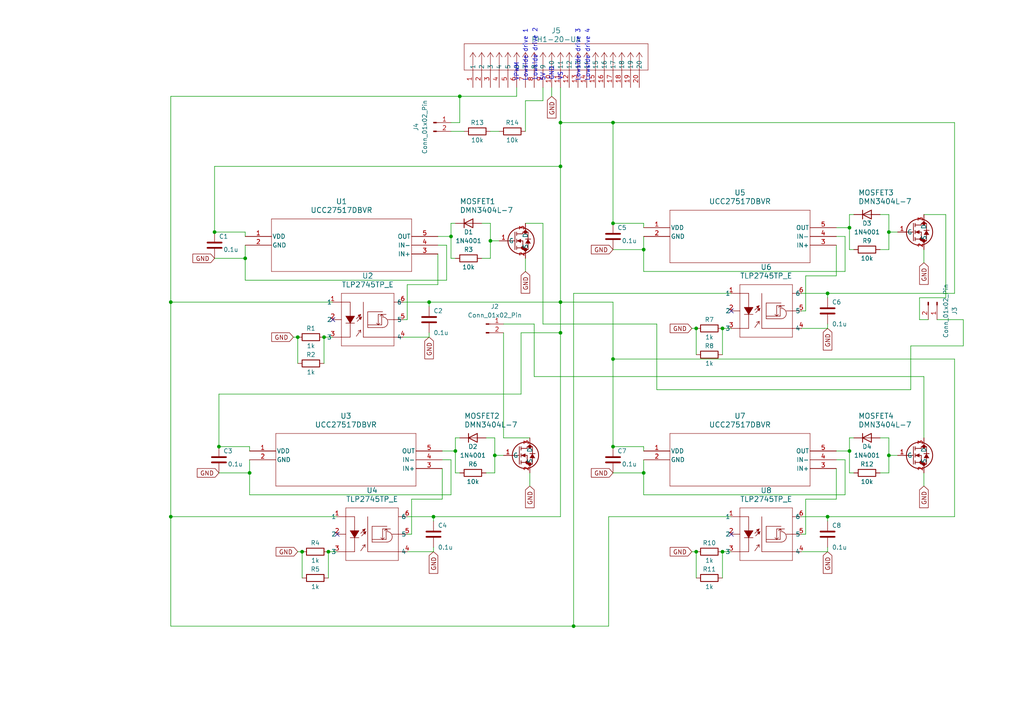
<source format=kicad_sch>
(kicad_sch (version 20231120) (generator "eeschema") (generator_version "8.0")
  (paper "A4")
  (lib_symbols
    (symbol "20 pins:PH1-20-UA" (pin_names (offset 0.254))
      (property "Reference" "J" (at 8.89 6.35 0))
      (property "Value" "PH1-20-UA" (at 0 0 0))
      (symbol "PH1-20-UA_1_1"
        (polyline (pts (xy 5.08 -50.8) (xy 12.7 -50.8)) (stroke (width 0.127)))
        (polyline (pts (xy 5.08 2.54) (xy 5.08 -50.8)) (stroke (width 0.127)))
        (polyline (pts (xy 10.16 -48.26) (xy 5.08 -48.26)) (stroke (width 0.127)))
        (polyline (pts (xy 10.16 -48.26) (xy 8.89 -49.1067)) (stroke (width 0.127)))
        (polyline (pts (xy 10.16 -48.26) (xy 8.89 -47.4133)) (stroke (width 0.127)))
        (polyline (pts (xy 10.16 -45.72) (xy 5.08 -45.72)) (stroke (width 0.127)))
        (polyline (pts (xy 10.16 -45.72) (xy 8.89 -46.5667)) (stroke (width 0.127)))
        (polyline (pts (xy 10.16 -45.72) (xy 8.89 -44.8733)) (stroke (width 0.127)))
        (polyline (pts (xy 10.16 -43.18) (xy 5.08 -43.18)) (stroke (width 0.127)))
        (polyline (pts (xy 10.16 -43.18) (xy 8.89 -44.0267)) (stroke (width 0.127)))
        (polyline (pts (xy 10.16 -43.18) (xy 8.89 -42.3333)) (stroke (width 0.127)))
        (polyline (pts (xy 10.16 -40.64) (xy 5.08 -40.64)) (stroke (width 0.127)))
        (polyline (pts (xy 10.16 -40.64) (xy 8.89 -41.4867)) (stroke (width 0.127)))
        (polyline (pts (xy 10.16 -40.64) (xy 8.89 -39.7933)) (stroke (width 0.127)))
        (polyline (pts (xy 10.16 -38.1) (xy 5.08 -38.1)) (stroke (width 0.127)))
        (polyline (pts (xy 10.16 -38.1) (xy 8.89 -38.9467)) (stroke (width 0.127)))
        (polyline (pts (xy 10.16 -38.1) (xy 8.89 -37.2533)) (stroke (width 0.127)))
        (polyline (pts (xy 10.16 -35.56) (xy 5.08 -35.56)) (stroke (width 0.127)))
        (polyline (pts (xy 10.16 -35.56) (xy 8.89 -36.4067)) (stroke (width 0.127)))
        (polyline (pts (xy 10.16 -35.56) (xy 8.89 -34.7133)) (stroke (width 0.127)))
        (polyline (pts (xy 10.16 -33.02) (xy 5.08 -33.02)) (stroke (width 0.127)))
        (polyline (pts (xy 10.16 -33.02) (xy 8.89 -33.8667)) (stroke (width 0.127)))
        (polyline (pts (xy 10.16 -33.02) (xy 8.89 -32.1733)) (stroke (width 0.127)))
        (polyline (pts (xy 10.16 -30.48) (xy 5.08 -30.48)) (stroke (width 0.127)))
        (polyline (pts (xy 10.16 -30.48) (xy 8.89 -31.3267)) (stroke (width 0.127)))
        (polyline (pts (xy 10.16 -30.48) (xy 8.89 -29.6333)) (stroke (width 0.127)))
        (polyline (pts (xy 10.16 -27.94) (xy 5.08 -27.94)) (stroke (width 0.127)))
        (polyline (pts (xy 10.16 -27.94) (xy 8.89 -28.7867)) (stroke (width 0.127)))
        (polyline (pts (xy 10.16 -27.94) (xy 8.89 -27.0933)) (stroke (width 0.127)))
        (polyline (pts (xy 10.16 -25.4) (xy 5.08 -25.4)) (stroke (width 0.127)))
        (polyline (pts (xy 10.16 -25.4) (xy 8.89 -26.2467)) (stroke (width 0.127)))
        (polyline (pts (xy 10.16 -25.4) (xy 8.89 -24.5533)) (stroke (width 0.127)))
        (polyline (pts (xy 10.16 -22.86) (xy 5.08 -22.86)) (stroke (width 0.127)))
        (polyline (pts (xy 10.16 -22.86) (xy 8.89 -23.7067)) (stroke (width 0.127)))
        (polyline (pts (xy 10.16 -22.86) (xy 8.89 -22.0133)) (stroke (width 0.127)))
        (polyline (pts (xy 10.16 -20.32) (xy 5.08 -20.32)) (stroke (width 0.127)))
        (polyline (pts (xy 10.16 -20.32) (xy 8.89 -21.1667)) (stroke (width 0.127)))
        (polyline (pts (xy 10.16 -20.32) (xy 8.89 -19.4733)) (stroke (width 0.127)))
        (polyline (pts (xy 10.16 -17.78) (xy 5.08 -17.78)) (stroke (width 0.127)))
        (polyline (pts (xy 10.16 -17.78) (xy 8.89 -18.6267)) (stroke (width 0.127)))
        (polyline (pts (xy 10.16 -17.78) (xy 8.89 -16.9333)) (stroke (width 0.127)))
        (polyline (pts (xy 10.16 -15.24) (xy 5.08 -15.24)) (stroke (width 0.127)))
        (polyline (pts (xy 10.16 -15.24) (xy 8.89 -16.0867)) (stroke (width 0.127)))
        (polyline (pts (xy 10.16 -15.24) (xy 8.89 -14.3933)) (stroke (width 0.127)))
        (polyline (pts (xy 10.16 -12.7) (xy 5.08 -12.7)) (stroke (width 0.127)))
        (polyline (pts (xy 10.16 -12.7) (xy 8.89 -13.5467)) (stroke (width 0.127)))
        (polyline (pts (xy 10.16 -12.7) (xy 8.89 -11.8533)) (stroke (width 0.127)))
        (polyline (pts (xy 10.16 -10.16) (xy 5.08 -10.16)) (stroke (width 0.127)))
        (polyline (pts (xy 10.16 -10.16) (xy 8.89 -11.0067)) (stroke (width 0.127)))
        (polyline (pts (xy 10.16 -10.16) (xy 8.89 -9.3133)) (stroke (width 0.127)))
        (polyline (pts (xy 10.16 -7.62) (xy 5.08 -7.62)) (stroke (width 0.127)))
        (polyline (pts (xy 10.16 -7.62) (xy 8.89 -8.4667)) (stroke (width 0.127)))
        (polyline (pts (xy 10.16 -7.62) (xy 8.89 -6.7733)) (stroke (width 0.127)))
        (polyline (pts (xy 10.16 -5.08) (xy 5.08 -5.08)) (stroke (width 0.127)))
        (polyline (pts (xy 10.16 -5.08) (xy 8.89 -5.9267)) (stroke (width 0.127)))
        (polyline (pts (xy 10.16 -5.08) (xy 8.89 -4.2333)) (stroke (width 0.127)))
        (polyline (pts (xy 10.16 -2.54) (xy 5.08 -2.54)) (stroke (width 0.127)))
        (polyline (pts (xy 10.16 -2.54) (xy 8.89 -3.3867)) (stroke (width 0.127)))
        (polyline (pts (xy 10.16 -2.54) (xy 8.89 -1.6933)) (stroke (width 0.127)))
        (polyline (pts (xy 10.16 0) (xy 5.08 0)) (stroke (width 0.127)))
        (polyline (pts (xy 10.16 0) (xy 8.89 -0.8467)) (stroke (width 0.127)))
        (polyline (pts (xy 10.16 0) (xy 8.89 0.8467)) (stroke (width 0.127)))
        (polyline (pts (xy 12.7 -50.8) (xy 12.7 2.54)) (stroke (width 0.127)))
        (polyline (pts (xy 12.7 2.54) (xy 5.08 2.54)) (stroke (width 0.127)))
        (pin unspecified line (at 0 0 0) (length 5.08) (name "1") (number "1"))
        (pin unspecified line (at 0 -22.86 0) (length 5.08) (name "10") (number "10"))
        (pin unspecified line (at 0 -25.4 0) (length 5.08) (name "11") (number "11"))
        (pin unspecified line (at 0 -27.94 0) (length 5.08) (name "12") (number "12"))
        (pin unspecified line (at 0 -30.48 0) (length 5.08) (name "13") (number "13"))
        (pin unspecified line (at 0 -33.02 0) (length 5.08) (name "14") (number "14"))
        (pin unspecified line (at 0 -35.56 0) (length 5.08) (name "15") (number "15"))
        (pin unspecified line (at 0 -38.1 0) (length 5.08) (name "16") (number "16"))
        (pin unspecified line (at 0 -40.64 0) (length 5.08) (name "17") (number "17"))
        (pin unspecified line (at 0 -43.18 0) (length 5.08) (name "18") (number "18"))
        (pin unspecified line (at 0 -45.72 0) (length 5.08) (name "19") (number "19"))
        (pin unspecified line (at 0 -2.54 0) (length 5.08) (name "2") (number "2"))
        (pin unspecified line (at 0 -48.26 0) (length 5.08) (name "20") (number "20"))
        (pin unspecified line (at 0 -5.08 0) (length 5.08) (name "3") (number "3"))
        (pin unspecified line (at 0 -7.62 0) (length 5.08) (name "4") (number "4"))
        (pin unspecified line (at 0 -10.16 0) (length 5.08) (name "5") (number "5"))
        (pin unspecified line (at 0 -12.7 0) (length 5.08) (name "6") (number "6"))
        (pin unspecified line (at 0 -15.24 0) (length 5.08) (name "7") (number "7"))
        (pin unspecified line (at 0 -17.78 0) (length 5.08) (name "8") (number "8"))
        (pin unspecified line (at 0 -20.32 0) (length 5.08) (name "9") (number "9"))
      )
      (symbol "PH1-20-UA_1_2"
        (polyline (pts (xy 5.08 -50.8) (xy 12.7 -50.8)) (stroke (width 0.127)))
        (polyline (pts (xy 5.08 2.54) (xy 5.08 -50.8)) (stroke (width 0.127)))
        (polyline (pts (xy 7.62 -48.26) (xy 5.08 -48.26)) (stroke (width 0.127)))
        (polyline (pts (xy 7.62 -48.26) (xy 8.89 -49.1067)) (stroke (width 0.127)))
        (polyline (pts (xy 7.62 -48.26) (xy 8.89 -47.4133)) (stroke (width 0.127)))
        (polyline (pts (xy 7.62 -45.72) (xy 5.08 -45.72)) (stroke (width 0.127)))
        (polyline (pts (xy 7.62 -45.72) (xy 8.89 -46.5667)) (stroke (width 0.127)))
        (polyline (pts (xy 7.62 -45.72) (xy 8.89 -44.8733)) (stroke (width 0.127)))
        (polyline (pts (xy 7.62 -43.18) (xy 5.08 -43.18)) (stroke (width 0.127)))
        (polyline (pts (xy 7.62 -43.18) (xy 8.89 -44.0267)) (stroke (width 0.127)))
        (polyline (pts (xy 7.62 -43.18) (xy 8.89 -42.3333)) (stroke (width 0.127)))
        (polyline (pts (xy 7.62 -40.64) (xy 5.08 -40.64)) (stroke (width 0.127)))
        (polyline (pts (xy 7.62 -40.64) (xy 8.89 -41.4867)) (stroke (width 0.127)))
        (polyline (pts (xy 7.62 -40.64) (xy 8.89 -39.7933)) (stroke (width 0.127)))
        (polyline (pts (xy 7.62 -38.1) (xy 5.08 -38.1)) (stroke (width 0.127)))
        (polyline (pts (xy 7.62 -38.1) (xy 8.89 -38.9467)) (stroke (width 0.127)))
        (polyline (pts (xy 7.62 -38.1) (xy 8.89 -37.2533)) (stroke (width 0.127)))
        (polyline (pts (xy 7.62 -35.56) (xy 5.08 -35.56)) (stroke (width 0.127)))
        (polyline (pts (xy 7.62 -35.56) (xy 8.89 -36.4067)) (stroke (width 0.127)))
        (polyline (pts (xy 7.62 -35.56) (xy 8.89 -34.7133)) (stroke (width 0.127)))
        (polyline (pts (xy 7.62 -33.02) (xy 5.08 -33.02)) (stroke (width 0.127)))
        (polyline (pts (xy 7.62 -33.02) (xy 8.89 -33.8667)) (stroke (width 0.127)))
        (polyline (pts (xy 7.62 -33.02) (xy 8.89 -32.1733)) (stroke (width 0.127)))
        (polyline (pts (xy 7.62 -30.48) (xy 5.08 -30.48)) (stroke (width 0.127)))
        (polyline (pts (xy 7.62 -30.48) (xy 8.89 -31.3267)) (stroke (width 0.127)))
        (polyline (pts (xy 7.62 -30.48) (xy 8.89 -29.6333)) (stroke (width 0.127)))
        (polyline (pts (xy 7.62 -27.94) (xy 5.08 -27.94)) (stroke (width 0.127)))
        (polyline (pts (xy 7.62 -27.94) (xy 8.89 -28.7867)) (stroke (width 0.127)))
        (polyline (pts (xy 7.62 -27.94) (xy 8.89 -27.0933)) (stroke (width 0.127)))
        (polyline (pts (xy 7.62 -25.4) (xy 5.08 -25.4)) (stroke (width 0.127)))
        (polyline (pts (xy 7.62 -25.4) (xy 8.89 -26.2467)) (stroke (width 0.127)))
        (polyline (pts (xy 7.62 -25.4) (xy 8.89 -24.5533)) (stroke (width 0.127)))
        (polyline (pts (xy 7.62 -22.86) (xy 5.08 -22.86)) (stroke (width 0.127)))
        (polyline (pts (xy 7.62 -22.86) (xy 8.89 -23.7067)) (stroke (width 0.127)))
        (polyline (pts (xy 7.62 -22.86) (xy 8.89 -22.0133)) (stroke (width 0.127)))
        (polyline (pts (xy 7.62 -20.32) (xy 5.08 -20.32)) (stroke (width 0.127)))
        (polyline (pts (xy 7.62 -20.32) (xy 8.89 -21.1667)) (stroke (width 0.127)))
        (polyline (pts (xy 7.62 -20.32) (xy 8.89 -19.4733)) (stroke (width 0.127)))
        (polyline (pts (xy 7.62 -17.78) (xy 5.08 -17.78)) (stroke (width 0.127)))
        (polyline (pts (xy 7.62 -17.78) (xy 8.89 -18.6267)) (stroke (width 0.127)))
        (polyline (pts (xy 7.62 -17.78) (xy 8.89 -16.9333)) (stroke (width 0.127)))
        (polyline (pts (xy 7.62 -15.24) (xy 5.08 -15.24)) (stroke (width 0.127)))
        (polyline (pts (xy 7.62 -15.24) (xy 8.89 -16.0867)) (stroke (width 0.127)))
        (polyline (pts (xy 7.62 -15.24) (xy 8.89 -14.3933)) (stroke (width 0.127)))
        (polyline (pts (xy 7.62 -12.7) (xy 5.08 -12.7)) (stroke (width 0.127)))
        (polyline (pts (xy 7.62 -12.7) (xy 8.89 -13.5467)) (stroke (width 0.127)))
        (polyline (pts (xy 7.62 -12.7) (xy 8.89 -11.8533)) (stroke (width 0.127)))
        (polyline (pts (xy 7.62 -10.16) (xy 5.08 -10.16)) (stroke (width 0.127)))
        (polyline (pts (xy 7.62 -10.16) (xy 8.89 -11.0067)) (stroke (width 0.127)))
        (polyline (pts (xy 7.62 -10.16) (xy 8.89 -9.3133)) (stroke (width 0.127)))
        (polyline (pts (xy 7.62 -7.62) (xy 5.08 -7.62)) (stroke (width 0.127)))
        (polyline (pts (xy 7.62 -7.62) (xy 8.89 -8.4667)) (stroke (width 0.127)))
        (polyline (pts (xy 7.62 -7.62) (xy 8.89 -6.7733)) (stroke (width 0.127)))
        (polyline (pts (xy 7.62 -5.08) (xy 5.08 -5.08)) (stroke (width 0.127)))
        (polyline (pts (xy 7.62 -5.08) (xy 8.89 -5.9267)) (stroke (width 0.127)))
        (polyline (pts (xy 7.62 -5.08) (xy 8.89 -4.2333)) (stroke (width 0.127)))
        (polyline (pts (xy 7.62 -2.54) (xy 5.08 -2.54)) (stroke (width 0.127)))
        (polyline (pts (xy 7.62 -2.54) (xy 8.89 -3.3867)) (stroke (width 0.127)))
        (polyline (pts (xy 7.62 -2.54) (xy 8.89 -1.6933)) (stroke (width 0.127)))
        (polyline (pts (xy 7.62 0) (xy 5.08 0)) (stroke (width 0.127)))
        (polyline (pts (xy 7.62 0) (xy 8.89 -0.8467)) (stroke (width 0.127)))
        (polyline (pts (xy 7.62 0) (xy 8.89 0.8467)) (stroke (width 0.127)))
        (polyline (pts (xy 12.7 -50.8) (xy 12.7 2.54)) (stroke (width 0.127)))
        (polyline (pts (xy 12.7 2.54) (xy 5.08 2.54)) (stroke (width 0.127)))
        (pin unspecified line (at 0 0 0) (length 5.08) (name "1") (number "1"))
        (pin unspecified line (at 0 -22.86 0) (length 5.08) (name "10") (number "10"))
        (pin unspecified line (at 0 -25.4 0) (length 5.08) (name "11") (number "11"))
        (pin unspecified line (at 0 -27.94 0) (length 5.08) (name "12") (number "12"))
        (pin unspecified line (at 0 -30.48 0) (length 5.08) (name "13") (number "13"))
        (pin unspecified line (at 0 -33.02 0) (length 5.08) (name "14") (number "14"))
        (pin unspecified line (at 0 -35.56 0) (length 5.08) (name "15") (number "15"))
        (pin unspecified line (at 0 -38.1 0) (length 5.08) (name "16") (number "16"))
        (pin unspecified line (at 0 -40.64 0) (length 5.08) (name "17") (number "17"))
        (pin unspecified line (at 0 -43.18 0) (length 5.08) (name "18") (number "18"))
        (pin unspecified line (at 0 -45.72 0) (length 5.08) (name "19") (number "19"))
        (pin unspecified line (at 0 -2.54 0) (length 5.08) (name "2") (number "2"))
        (pin unspecified line (at 0 -48.26 0) (length 5.08) (name "20") (number "20"))
        (pin unspecified line (at 0 -5.08 0) (length 5.08) (name "3") (number "3"))
        (pin unspecified line (at 0 -7.62 0) (length 5.08) (name "4") (number "4"))
        (pin unspecified line (at 0 -10.16 0) (length 5.08) (name "5") (number "5"))
        (pin unspecified line (at 0 -12.7 0) (length 5.08) (name "6") (number "6"))
        (pin unspecified line (at 0 -15.24 0) (length 5.08) (name "7") (number "7"))
        (pin unspecified line (at 0 -17.78 0) (length 5.08) (name "8") (number "8"))
        (pin unspecified line (at 0 -20.32 0) (length 5.08) (name "9") (number "9"))
      )
    )
    (symbol "Connector:Conn_01x02_Pin" (pin_names (offset 1.016) hide)
      (property "Reference" "J" (at 0 2.54 0))
      (property "Value" "Conn_01x02_Pin" (at 0 -5.08 0))
      (symbol "Conn_01x02_Pin_1_1"
        (polyline (pts (xy 1.27 -2.54) (xy 0.8636 -2.54)) (stroke (width 0.1524)))
        (polyline (pts (xy 1.27 0) (xy 0.8636 0)) (stroke (width 0.1524)))
        (rectangle (start 0.8636 -2.413) (end 0 -2.667) (stroke (width 0.1524)) (fill (type outline)))
        (rectangle (start 0.8636 0.127) (end 0 -0.127) (stroke (width 0.1524)) (fill (type outline)))
        (pin passive line (at 5.08 0 180) (length 3.81) (name "Pin_1") (number "1"))
        (pin passive line (at 5.08 -2.54 180) (length 3.81) (name "Pin_2") (number "2"))
      )
    )
    (symbol "Device:C" (pin_numbers hide) (pin_names (offset 0.254))
      (property "Reference" "C" (at 0.635 2.54 0))
      (property "Value" "C" (at 0.635 -2.54 0))
      (symbol "C_0_1"
        (polyline (pts (xy -2.032 -0.762) (xy 2.032 -0.762)) (stroke (width 0.508)))
        (polyline (pts (xy -2.032 0.762) (xy 2.032 0.762)) (stroke (width 0.508)))
      )
      (symbol "C_1_1"
        (pin passive line (at 0 3.81 270) (length 2.794) (name "~") (number "1"))
        (pin passive line (at 0 -3.81 90) (length 2.794) (name "~") (number "2"))
      )
    )
    (symbol "Device:R" (pin_numbers hide) (pin_names (offset 0))
      (property "Reference" "R" (at 2.032 0 90))
      (property "Value" "R" (at 0 0 90))
      (symbol "R_0_1"
        (rectangle (start -1.016 -2.54) (end 1.016 2.54) (stroke (width 0.254)))
      )
      (symbol "R_1_1"
        (pin passive line (at 0 3.81 270) (length 1.27) (name "~") (number "1"))
        (pin passive line (at 0 -3.81 90) (length 1.27) (name "~") (number "2"))
      )
    )
    (symbol "Diode:1N4001" (pin_numbers hide) (pin_names hide)
      (property "Reference" "D" (at 0 2.54 0))
      (property "Value" "1N4001" (at 0 -2.54 0))
      (symbol "1N4001_0_1"
        (polyline (pts (xy -1.27 1.27) (xy -1.27 -1.27)) (stroke (width 0.254)))
        (polyline (pts (xy 1.27 0) (xy -1.27 0)))
        (polyline (pts (xy 1.27 1.27) (xy 1.27 -1.27) (xy -1.27 0) (xy 1.27 1.27)) (stroke (width 0.254)))
      )
      (symbol "1N4001_1_1"
        (pin passive line (at -3.81 0 0) (length 2.54) (name "K") (number "1"))
        (pin passive line (at 3.81 0 180) (length 2.54) (name "A") (number "2"))
      )
    )
    (symbol "Driver_FET:UCC27517DBVR" (pin_names (offset 0.254))
      (property "Reference" "U" (at 27.94 10.16 0))
      (property "Value" "UCC27517DBVR" (at 27.94 7.62 0))
      (symbol "UCC27517DBVR_0_1"
        (polyline (pts (xy 7.62 -10.16) (xy 48.26 -10.16)) (stroke (width 0.127)))
        (polyline (pts (xy 7.62 5.08) (xy 7.62 -10.16)) (stroke (width 0.127)))
        (polyline (pts (xy 48.26 -10.16) (xy 48.26 5.08)) (stroke (width 0.127)))
        (polyline (pts (xy 48.26 5.08) (xy 7.62 5.08)) (stroke (width 0.127)))
        (pin power_in line (at 0 0 0) (length 7.62) (name "VDD") (number "1"))
        (pin power_in line (at 0 -2.54 0) (length 7.62) (name "GND") (number "2"))
        (pin input line (at 55.88 -5.08 180) (length 7.62) (name "IN+") (number "3"))
        (pin input line (at 55.88 -2.54 180) (length 7.62) (name "IN-") (number "4"))
        (pin output line (at 55.88 0 180) (length 7.62) (name "OUT") (number "5"))
      )
    )
    (symbol "Isolator_Analog:TLP2745TP_E" (pin_names (offset 0.254))
      (property "Reference" "U" (at 0 0 0))
      (property "Value" "TLP2745TP_E" (at 0 0 0))
      (symbol "TLP2745TP_E_0_1"
        (polyline (pts (xy -2.54 -12.7) (xy 0 -12.7)))
        (polyline (pts (xy -2.54 -7.62) (xy 0 -7.62)))
        (polyline (pts (xy -2.54 -2.54) (xy 0 -2.54)))
        (polyline (pts (xy 0 -15.24) (xy 0 0)) (stroke (width 0.127)))
        (polyline (pts (xy 0 -12.7) (xy 2.54 -12.7)))
        (polyline (pts (xy 0 -2.54) (xy 2.54 -2.54)))
        (polyline (pts (xy 0 0) (xy 15.24 0)) (stroke (width 0.127)))
        (polyline (pts (xy 1.27 -8.636) (xy 3.81 -8.636)))
        (polyline (pts (xy 2.54 -12.7) (xy 2.54 -8.636)))
        (polyline (pts (xy 2.54 -2.54) (xy 2.54 -6.604)))
        (polyline (pts (xy 4.318 -7.366) (xy 5.588 -6.096)))
        (polyline (pts (xy 4.572 -8.128) (xy 5.842 -6.858)))
        (polyline (pts (xy 4.826 -10.922) (xy 5.588 -10.668)))
        (polyline (pts (xy 5.588 -11.43) (xy 5.588 -10.668)))
        (polyline (pts (xy 5.588 -10.668) (xy 4.318 -12.446)))
        (polyline (pts (xy 6.35 -12.7) (xy 15.24 -12.7)))
        (polyline (pts (xy 6.35 -2.54) (xy 6.35 -12.7)))
        (polyline (pts (xy 7.62 -9.906) (xy 11.938 -9.906)))
        (polyline (pts (xy 7.62 -5.334) (xy 7.62 -9.906)))
        (polyline (pts (xy 7.62 -5.334) (xy 11.938 -5.334)))
        (polyline (pts (xy 10.668 -9.144) (xy 10.16 -8.636)))
        (polyline (pts (xy 10.668 -9.144) (xy 11.176 -8.636)))
        (polyline (pts (xy 10.668 -6.096) (xy 10.668 -9.144)))
        (polyline (pts (xy 10.668 -6.096) (xy 12.954 -6.096)))
        (polyline (pts (xy 11.684 -9.144) (xy 7.62 -9.144)))
        (polyline (pts (xy 11.684 -6.096) (xy 11.176 -6.604)))
        (polyline (pts (xy 11.684 -6.096) (xy 11.684 -9.144)))
        (polyline (pts (xy 11.684 -6.096) (xy 12.192 -6.604)))
        (polyline (pts (xy 13.462 -7.62) (xy 15.24 -7.62)))
        (polyline (pts (xy 15.24 -15.24) (xy 0 -15.24)) (stroke (width 0.127)))
        (polyline (pts (xy 15.24 0) (xy 15.24 -15.24)) (stroke (width 0.127)))
        (polyline (pts (xy 17.78 -12.7) (xy 15.24 -12.7)))
        (polyline (pts (xy 17.78 -7.62) (xy 15.24 -7.62)))
        (polyline (pts (xy 17.78 -2.54) (xy 15.24 -2.54)))
        (polyline (pts (xy 1.27 -6.604) (xy 1.27 -6.604) (xy 3.81 -6.604) (xy 2.54 -8.636) (xy 1.27 -6.604)) (fill (type outline)))
        (polyline (pts (xy 5.588 -6.096) (xy 5.588 -6.096) (xy 4.826 -6.35) (xy 5.334 -6.858) (xy 5.588 -6.096)) (fill (type outline)))
        (polyline (pts (xy 5.842 -6.858) (xy 5.842 -6.858) (xy 5.08 -7.112) (xy 5.588 -7.62) (xy 5.842 -6.858)) (fill (type outline)))
        (arc (start 11.938 -9.906) (mid 13.4554 -8.382) (end 11.938 -6.858))
        (pin unspecified line (at -2.5146 -2.54 180) (length 0.0254) (name "1") (number "1"))
        (pin unspecified line (at -2.5146 -7.62 180) (length 0.0254) (name "2") (number "2"))
        (pin unspecified line (at -2.5146 -12.7 180) (length 0.0254) (name "3") (number "3"))
        (pin unspecified line (at 17.8054 -12.7 180) (length 0.0254) (name "4") (number "4"))
        (pin unspecified line (at 17.8054 -7.62 180) (length 0.0254) (name "5") (number "5"))
        (pin unspecified line (at 17.8054 -2.54 180) (length 0.0254) (name "6") (number "6"))
      )
    )
    (symbol "Transistor_FET:DMN3404L-7" (pin_names (offset 0.254))
      (property "Reference" "MOSFET" (at 11.43 1.905 0))
      (property "Value" "DMN3404L-7" (at 11.43 -2.54 0))
      (symbol "DMN3404L-7_0_1"
        (polyline (pts (xy 2.54 0) (xy 4.445 0)) (stroke (width 0.2032)))
        (polyline (pts (xy 4.572 -2.54) (xy 4.572 2.54)) (stroke (width 0.2032)))
        (polyline (pts (xy 5.08 -2.54) (xy 5.08 -1.524)) (stroke (width 0.2032)))
        (polyline (pts (xy 5.08 -2.032) (xy 6.858 -2.032)) (stroke (width 0.2032)))
        (polyline (pts (xy 5.08 -0.508) (xy 5.08 0.508)) (stroke (width 0.2032)))
        (polyline (pts (xy 5.08 1.524) (xy 5.08 2.54)) (stroke (width 0.2032)))
        (polyline (pts (xy 5.08 2.032) (xy 6.858 2.032)) (stroke (width 0.2032)))
        (polyline (pts (xy 6.35 0) (xy 6.858 0)) (stroke (width 0.2032)))
        (polyline (pts (xy 6.858 -2.54) (xy 6.858 0)) (stroke (width 0.2032)))
        (polyline (pts (xy 6.858 -2.54) (xy 8.382 -2.54)) (stroke (width 0.2032)))
        (polyline (pts (xy 6.858 2.032) (xy 6.858 2.54)) (stroke (width 0.2032)))
        (polyline (pts (xy 6.858 2.54) (xy 8.382 2.54)) (stroke (width 0.2032)))
        (polyline (pts (xy 8.382 -2.54) (xy 8.382 -0.762)) (stroke (width 0.2032)))
        (polyline (pts (xy 8.382 0.508) (xy 8.382 2.54)) (stroke (width 0.2032)))
        (polyline (pts (xy 9.144 0.508) (xy 7.62 0.508)) (stroke (width 0.2032)))
        (polyline (pts (xy 6.35 0.508) (xy 5.08 0) (xy 6.35 -0.508)) (stroke (width 0.0254)) (fill (type outline)))
        (polyline (pts (xy 9.144 -0.762) (xy 7.62 -0.762) (xy 8.382 0.508)) (stroke (width 0.0254)) (fill (type outline)))
        (circle (center 6.35 0) (radius 3.81) (stroke (width 0.254)))
        (circle (center 6.858 -2.032) (radius 0.0254) (stroke (width 0.508)))
        (circle (center 7.62 -2.54) (radius 0.0254) (stroke (width 0.508)))
        (circle (center 7.62 2.54) (radius 0.0254) (stroke (width 0.508)))
        (pin unspecified line (at 0 0 0) (length 2.54) (name "G") (number "1"))
        (pin unspecified line (at 7.62 -5.08 90) (length 2.54) (name "S") (number "2"))
        (pin unspecified line (at 7.62 5.08 270) (length 2.54) (name "D") (number "3"))
      )
    )
  )
  (junction (at 209.55 95.25))
  (junction (at 209.55 160.02))
  (junction (at 246.38 66.04))
  (junction (at 87.63 160.02))
  (junction (at 95.25 160.02))
  (junction (at 72.39 137.16))
  (junction (at 162.56 87.63))
  (junction (at 177.8 104.14))
  (junction (at 240.03 149.86))
  (junction (at 186.69 137.16))
  (junction (at 49.53 87.63))
  (junction (at 130.81 68.58))
  (junction (at 166.37 181.61))
  (junction (at 257.81 67.31))
  (junction (at 62.23 67.31))
  (junction (at 162.56 96.52))
  (junction (at 49.53 149.86))
  (junction (at 162.56 48.26))
  (junction (at 93.98 97.79))
  (junction (at 63.5 129.54))
  (junction (at 162.56 35.56))
  (junction (at 201.93 95.25))
  (junction (at 177.8 64.77))
  (junction (at 257.81 132.08))
  (junction (at 177.8 35.56))
  (junction (at 86.36 97.79))
  (junction (at 177.8 129.54))
  (junction (at 186.69 72.39))
  (junction (at 133.35 27.94))
  (junction (at 132.08 130.81))
  (junction (at 71.12 74.93))
  (junction (at 240.03 85.09))
  (junction (at 246.38 130.81))
  (junction (at 142.24 69.85))
  (junction (at 124.46 87.63))
  (junction (at 201.93 160.02))
  (junction (at 125.73 149.86))
  (junction (at 143.51 132.08))
  (no_connect (at 96.52 92.71))
  (no_connect (at 97.79 154.94))
  (no_connect (at 212.09 90.17))
  (no_connect (at 212.09 154.94))
  (wire (pts (xy 245.11 68.58) (xy 245.11 78.74)))
  (wire (pts (xy 177.8 129.54) (xy 177.8 104.14)))
  (wire (pts (xy 151.13 96.52) (xy 162.56 96.52)))
  (wire (pts (xy 62.23 67.31) (xy 71.12 67.31)))
  (wire (pts (xy 154.94 93.98) (xy 146.05 93.98)))
  (wire (pts (xy 242.57 130.81) (xy 246.38 130.81)))
  (wire (pts (xy 247.65 127) (xy 246.38 127)))
  (wire (pts (xy 133.35 127) (xy 132.08 127)))
  (wire (pts (xy 274.32 62.23) (xy 274.32 86.36)))
  (wire (pts (xy 157.48 64.77) (xy 152.4 64.77)))
  (wire (pts (xy 62.23 48.26) (xy 162.56 48.26)))
  (wire (pts (xy 276.86 104.14) (xy 177.8 104.14)))
  (wire (pts (xy 49.53 149.86) (xy 97.79 149.86)))
  (wire (pts (xy 209.55 160.02) (xy 209.55 167.64)))
  (wire (pts (xy 267.97 127) (xy 267.97 109.22)))
  (wire (pts (xy 246.38 62.23) (xy 246.38 66.04)))
  (wire (pts (xy 140.97 127) (xy 143.51 127)))
  (wire (pts (xy 177.8 87.63) (xy 162.56 87.63)))
  (wire (pts (xy 125.73 160.02) (xy 118.11 160.02)))
  (wire (pts (xy 129.54 71.12) (xy 129.54 81.28)))
  (wire (pts (xy 240.03 160.02) (xy 232.41 160.02)))
  (wire (pts (xy 260.35 132.08) (xy 257.81 132.08)))
  (wire (pts (xy 186.69 143.51) (xy 186.69 137.16)))
  (wire (pts (xy 129.54 81.28) (xy 71.12 81.28)))
  (wire (pts (xy 246.38 72.39) (xy 247.65 72.39)))
  (wire (pts (xy 72.39 129.54) (xy 72.39 130.81)))
  (wire (pts (xy 133.35 35.56) (xy 133.35 27.94)))
  (wire (pts (xy 255.27 137.16) (xy 257.81 137.16)))
  (wire (pts (xy 49.53 87.63) (xy 49.53 27.94)))
  (wire (pts (xy 177.8 129.54) (xy 186.69 129.54)))
  (wire (pts (xy 125.73 149.86) (xy 125.73 151.13)))
  (wire (pts (xy 264.16 113.03) (xy 264.16 100.33)))
  (wire (pts (xy 257.81 127) (xy 257.81 132.08)))
  (wire (pts (xy 49.53 27.94) (xy 133.35 27.94)))
  (wire (pts (xy 118.11 92.71) (xy 116.84 92.71)))
  (wire (pts (xy 157.48 93.98) (xy 190.5 93.98)))
  (wire (pts (xy 162.56 25.4) (xy 162.56 35.56)))
  (wire (pts (xy 133.35 27.94) (xy 149.86 27.94)))
  (wire (pts (xy 124.46 87.63) (xy 162.56 87.63)))
  (wire (pts (xy 162.56 48.26) (xy 162.56 35.56)))
  (wire (pts (xy 132.08 64.77) (xy 130.81 64.77)))
  (wire (pts (xy 85.09 97.79) (xy 86.36 97.79)))
  (wire (pts (xy 201.93 95.25) (xy 201.93 102.87)))
  (wire (pts (xy 144.78 69.85) (xy 142.24 69.85)))
  (wire (pts (xy 209.55 160.02) (xy 212.09 160.02)))
  (wire (pts (xy 246.38 130.81) (xy 246.38 137.16)))
  (wire (pts (xy 130.81 68.58) (xy 130.81 74.93)))
  (wire (pts (xy 176.53 149.86) (xy 212.09 149.86)))
  (wire (pts (xy 245.11 143.51) (xy 186.69 143.51)))
  (wire (pts (xy 232.41 149.86) (xy 240.03 149.86)))
  (wire (pts (xy 127 68.58) (xy 130.81 68.58)))
  (wire (pts (xy 240.03 149.86) (xy 240.03 151.13)))
  (wire (pts (xy 260.35 67.31) (xy 257.81 67.31)))
  (wire (pts (xy 267.97 62.23) (xy 274.32 62.23)))
  (wire (pts (xy 186.69 78.74) (xy 186.69 72.39)))
  (wire (pts (xy 62.23 74.93) (xy 71.12 74.93)))
  (wire (pts (xy 132.08 127) (xy 132.08 130.81)))
  (wire (pts (xy 255.27 62.23) (xy 257.81 62.23)))
  (wire (pts (xy 279.4 92.71) (xy 279.4 100.33)))
  (wire (pts (xy 130.81 74.93) (xy 132.08 74.93)))
  (wire (pts (xy 186.69 129.54) (xy 186.69 130.81)))
  (wire (pts (xy 118.11 92.71) (xy 118.11 82.55)))
  (wire (pts (xy 86.36 160.02) (xy 87.63 160.02)))
  (wire (pts (xy 49.53 149.86) (xy 49.53 87.63)))
  (wire (pts (xy 146.05 96.52) (xy 146.05 127)))
  (wire (pts (xy 140.97 137.16) (xy 143.51 137.16)))
  (wire (pts (xy 276.86 149.86) (xy 276.86 104.14)))
  (wire (pts (xy 276.86 35.56) (xy 177.8 35.56)))
  (wire (pts (xy 49.53 87.63) (xy 96.52 87.63)))
  (wire (pts (xy 177.8 137.16) (xy 186.69 137.16)))
  (wire (pts (xy 151.13 114.3) (xy 151.13 96.52)))
  (wire (pts (xy 118.11 82.55) (xy 127 82.55)))
  (wire (pts (xy 240.03 85.09) (xy 276.86 85.09)))
  (wire (pts (xy 128.27 130.81) (xy 132.08 130.81)))
  (wire (pts (xy 266.7 92.71) (xy 269.24 92.71)))
  (wire (pts (xy 201.93 160.02) (xy 201.93 167.64)))
  (wire (pts (xy 143.51 127) (xy 143.51 132.08)))
  (wire (pts (xy 119.38 154.94) (xy 118.11 154.94)))
  (wire (pts (xy 232.41 85.09) (xy 240.03 85.09)))
  (wire (pts (xy 267.97 109.22) (xy 154.94 109.22)))
  (wire (pts (xy 152.4 74.93) (xy 152.4 78.74)))
  (wire (pts (xy 240.03 149.86) (xy 276.86 149.86)))
  (wire (pts (xy 267.97 137.16) (xy 267.97 140.97)))
  (wire (pts (xy 153.67 137.16) (xy 153.67 140.97)))
  (wire (pts (xy 240.03 95.25) (xy 232.41 95.25)))
  (wire (pts (xy 132.08 137.16) (xy 133.35 137.16)))
  (wire (pts (xy 177.8 104.14) (xy 177.8 87.63)))
  (wire (pts (xy 266.7 86.36) (xy 266.7 92.71)))
  (wire (pts (xy 246.38 137.16) (xy 247.65 137.16)))
  (wire (pts (xy 271.78 92.71) (xy 279.4 92.71)))
  (wire (pts (xy 139.7 64.77) (xy 142.24 64.77)))
  (wire (pts (xy 152.4 29.21) (xy 157.48 29.21)))
  (wire (pts (xy 157.48 25.4) (xy 157.48 29.21)))
  (wire (pts (xy 142.24 69.85) (xy 142.24 74.93)))
  (wire (pts (xy 177.8 72.39) (xy 186.69 72.39)))
  (wire (pts (xy 177.8 64.77) (xy 186.69 64.77)))
  (wire (pts (xy 200.66 160.02) (xy 201.93 160.02)))
  (wire (pts (xy 72.39 143.51) (xy 72.39 137.16)))
  (wire (pts (xy 154.94 109.22) (xy 154.94 93.98)))
  (wire (pts (xy 186.69 137.16) (xy 186.69 133.35)))
  (wire (pts (xy 130.81 64.77) (xy 130.81 68.58)))
  (wire (pts (xy 160.02 25.4) (xy 160.02 27.94)))
  (wire (pts (xy 209.55 95.25) (xy 209.55 102.87)))
  (wire (pts (xy 267.97 72.39) (xy 267.97 76.2)))
  (wire (pts (xy 142.24 64.77) (xy 142.24 69.85)))
  (wire (pts (xy 130.81 35.56) (xy 133.35 35.56)))
  (wire (pts (xy 142.24 38.1) (xy 144.78 38.1)))
  (wire (pts (xy 87.63 160.02) (xy 87.63 167.64)))
  (wire (pts (xy 242.57 144.78) (xy 242.57 135.89)))
  (wire (pts (xy 127 82.55) (xy 127 73.66)))
  (wire (pts (xy 257.81 132.08) (xy 257.81 137.16)))
  (wire (pts (xy 255.27 72.39) (xy 257.81 72.39)))
  (wire (pts (xy 233.68 80.01) (xy 242.57 80.01)))
  (wire (pts (xy 146.05 132.08) (xy 143.51 132.08)))
  (wire (pts (xy 124.46 87.63) (xy 124.46 88.9)))
  (wire (pts (xy 124.46 96.52) (xy 124.46 97.79)))
  (wire (pts (xy 276.86 85.09) (xy 276.86 35.56)))
  (wire (pts (xy 62.23 67.31) (xy 62.23 48.26)))
  (wire (pts (xy 166.37 85.09) (xy 166.37 181.61)))
  (wire (pts (xy 257.81 67.31) (xy 257.81 72.39)))
  (wire (pts (xy 71.12 67.31) (xy 71.12 68.58)))
  (wire (pts (xy 257.81 62.23) (xy 257.81 67.31)))
  (wire (pts (xy 186.69 72.39) (xy 186.69 68.58)))
  (wire (pts (xy 177.8 64.77) (xy 177.8 35.56)))
  (wire (pts (xy 166.37 85.09) (xy 212.09 85.09)))
  (wire (pts (xy 240.03 93.98) (xy 240.03 95.25)))
  (wire (pts (xy 63.5 137.16) (xy 72.39 137.16)))
  (wire (pts (xy 186.69 64.77) (xy 186.69 66.04)))
  (wire (pts (xy 245.11 133.35) (xy 245.11 143.51)))
  (wire (pts (xy 200.66 95.25) (xy 201.93 95.25)))
  (wire (pts (xy 190.5 113.03) (xy 264.16 113.03)))
  (wire (pts (xy 125.73 149.86) (xy 162.56 149.86)))
  (wire (pts (xy 157.48 64.77) (xy 157.48 93.98)))
  (wire (pts (xy 240.03 158.75) (xy 240.03 160.02)))
  (wire (pts (xy 130.81 38.1) (xy 134.62 38.1)))
  (wire (pts (xy 245.11 78.74) (xy 186.69 78.74)))
  (wire (pts (xy 240.03 85.09) (xy 240.03 86.36)))
  (wire (pts (xy 274.32 86.36) (xy 266.7 86.36)))
  (wire (pts (xy 63.5 129.54) (xy 72.39 129.54)))
  (wire (pts (xy 132.08 130.81) (xy 132.08 137.16)))
  (wire (pts (xy 242.57 80.01) (xy 242.57 71.12)))
  (wire (pts (xy 162.56 149.86) (xy 162.56 96.52)))
  (wire (pts (xy 247.65 62.23) (xy 246.38 62.23)))
  (wire (pts (xy 233.68 154.94) (xy 232.41 154.94)))
  (wire (pts (xy 233.68 90.17) (xy 233.68 80.01)))
  (wire (pts (xy 143.51 132.08) (xy 143.51 137.16)))
  (wire (pts (xy 86.36 97.79) (xy 86.36 105.41)))
  (wire (pts (xy 176.53 181.61) (xy 176.53 149.86)))
  (wire (pts (xy 119.38 144.78) (xy 128.27 144.78)))
  (wire (pts (xy 130.81 143.51) (xy 72.39 143.51)))
  (wire (pts (xy 119.38 154.94) (xy 119.38 144.78)))
  (wire (pts (xy 246.38 66.04) (xy 246.38 72.39)))
  (wire (pts (xy 49.53 181.61) (xy 166.37 181.61)))
  (wire (pts (xy 255.27 127) (xy 257.81 127)))
  (wire (pts (xy 242.57 66.04) (xy 246.38 66.04)))
  (wire (pts (xy 233.68 90.17) (xy 232.41 90.17)))
  (wire (pts (xy 246.38 127) (xy 246.38 130.81)))
  (wire (pts (xy 152.4 38.1) (xy 152.4 29.21)))
  (wire (pts (xy 166.37 181.61) (xy 176.53 181.61)))
  (wire (pts (xy 264.16 100.33) (xy 279.4 100.33)))
  (wire (pts (xy 242.57 68.58) (xy 245.11 68.58)))
  (wire (pts (xy 93.98 97.79) (xy 96.52 97.79)))
  (wire (pts (xy 242.57 133.35) (xy 245.11 133.35)))
  (wire (pts (xy 118.11 149.86) (xy 125.73 149.86)))
  (wire (pts (xy 190.5 93.98) (xy 190.5 113.03)))
  (wire (pts (xy 128.27 133.35) (xy 130.81 133.35)))
  (wire (pts (xy 124.46 97.79) (xy 116.84 97.79)))
  (wire (pts (xy 71.12 81.28) (xy 71.12 74.93)))
  (wire (pts (xy 127 71.12) (xy 129.54 71.12)))
  (wire (pts (xy 128.27 144.78) (xy 128.27 135.89)))
  (wire (pts (xy 233.68 154.94) (xy 233.68 144.78)))
  (wire (pts (xy 162.56 96.52) (xy 162.56 87.63)))
  (wire (pts (xy 177.8 35.56) (xy 162.56 35.56)))
  (wire (pts (xy 125.73 158.75) (xy 125.73 160.02)))
  (wire (pts (xy 71.12 74.93) (xy 71.12 71.12)))
  (wire (pts (xy 233.68 144.78) (xy 242.57 144.78)))
  (wire (pts (xy 149.86 25.4) (xy 149.86 27.94)))
  (wire (pts (xy 130.81 133.35) (xy 130.81 143.51)))
  (wire (pts (xy 72.39 137.16) (xy 72.39 133.35)))
  (wire (pts (xy 209.55 95.25) (xy 212.09 95.25)))
  (wire (pts (xy 95.25 160.02) (xy 95.25 167.64)))
  (wire (pts (xy 162.56 87.63) (xy 162.56 48.26)))
  (wire (pts (xy 146.05 127) (xy 153.67 127)))
  (wire (pts (xy 95.25 160.02) (xy 97.79 160.02)))
  (wire (pts (xy 139.7 74.93) (xy 142.24 74.93)))
  (wire (pts (xy 116.84 87.63) (xy 124.46 87.63)))
  (wire (pts (xy 63.5 129.54) (xy 63.5 114.3)))
  (wire (pts (xy 93.98 97.79) (xy 93.98 105.41)))
  (wire (pts (xy 49.53 149.86) (xy 49.53 181.61)))
  (wire (pts (xy 63.5 114.3) (xy 151.13 114.3)))
  (text "GND" (at 160.02 21.336 90) (effects (font (size 1.27 1.27))))
  (text "Lowside drive 3" (at 167.64 16.002 90) (effects (font (size 1.27 1.27))))
  (text "VPWM" (at 149.86 20.828 90) (effects (font (size 1.27 1.27))))
  (text "Lowside drive 4" (at 170.434 16.002 90) (effects (font (size 1.27 1.27))))
  (text "VS" (at 162.56 22.098 90) (effects (font (size 1.27 1.27))))
  (text "5V" (at 157.48 22.352 90) (effects (font (size 1.27 1.27))))
  (text "Lowside drive 1" (at 152.4 16.002 90) (effects (font (size 1.27 1.27))))
  (text "Lowside drive 2" (at 155.194 15.748 90) (effects (font (size 1.27 1.27))))
  (global_label "GND" (shape input) (at 200.66 95.25 180) (property "Intersheetrefs" "${INTERSHEET_REFS}" (effects (hide yes))))
  (global_label "GND" (shape input) (at 153.67 140.97 270) (property "Intersheetrefs" "${INTERSHEET_REFS}" (effects (hide yes))))
  (global_label "GND" (shape input) (at 124.46 97.79 270) (property "Intersheetrefs" "${INTERSHEET_REFS}" (effects (hide yes))))
  (global_label "GND" (shape input) (at 267.97 140.97 270) (property "Intersheetrefs" "${INTERSHEET_REFS}" (effects (hide yes))))
  (global_label "GND" (shape input) (at 240.03 95.25 270) (property "Intersheetrefs" "${INTERSHEET_REFS}" (effects (hide yes))))
  (global_label "GND" (shape input) (at 177.8 72.39 180) (property "Intersheetrefs" "${INTERSHEET_REFS}" (effects (hide yes))))
  (global_label "GND" (shape input) (at 160.02 27.94 270) (property "Intersheetrefs" "${INTERSHEET_REFS}" (effects (hide yes))))
  (global_label "GND" (shape input) (at 125.73 160.02 270) (property "Intersheetrefs" "${INTERSHEET_REFS}" (effects (hide yes))))
  (global_label "GND" (shape input) (at 177.8 137.16 180) (property "Intersheetrefs" "${INTERSHEET_REFS}" (effects (hide yes))))
  (global_label "GND" (shape input) (at 200.66 160.02 180) (property "Intersheetrefs" "${INTERSHEET_REFS}" (effects (hide yes))))
  (global_label "GND" (shape input) (at 240.03 160.02 270) (property "Intersheetrefs" "${INTERSHEET_REFS}" (effects (hide yes))))
  (global_label "GND" (shape input) (at 267.97 76.2 270) (property "Intersheetrefs" "${INTERSHEET_REFS}" (effects (hide yes))))
  (global_label "GND" (shape input) (at 63.5 137.16 180) (property "Intersheetrefs" "${INTERSHEET_REFS}" (effects (hide yes))))
  (global_label "GND" (shape input) (at 86.36 160.02 180) (property "Intersheetrefs" "${INTERSHEET_REFS}" (effects (hide yes))))
  (global_label "GND" (shape input) (at 85.09 97.79 180) (property "Intersheetrefs" "${INTERSHEET_REFS}" (effects (hide yes))))
  (global_label "GND" (shape input) (at 152.4 78.74 270) (property "Intersheetrefs" "${INTERSHEET_REFS}" (effects (hide yes))))
  (global_label "GND" (shape input) (at 62.23 74.93 180) (property "Intersheetrefs" "${INTERSHEET_REFS}" (effects (hide yes))))
  (symbol (lib_id "Isolator_Analog:TLP2745TP_E") (at 214.6046 147.32 0) (unit 1)
    (property "Reference" "U8" (at 222.2246 142.24 0) (effects (font (size 1.524 1.524))))
    (property "Value" "TLP2745TP_E" (at 222.2246 144.78 0) (effects (font (size 1.524 1.524))))
    (property "Footprint" "TLP2745TP_E:SO6L_TOS" (effects (hide yes)))
    (property "Datasheet" "TLP2745TP_E" (effects (hide yes)))
  )
  (symbol (lib_id "Device:R") (at 90.17 97.79 90) (unit 1)
    (property "Reference" "R1" (at 90.17 95.25 90))
    (property "Value" "1k" (at 90.17 100.33 90))
    (property "Footprint" "1k Resistor:STA_RMCF0603_STP" (effects (hide yes)))
  )
  (symbol (lib_id "Diode:1N4001") (at 137.16 127 0) (unit 1)
    (property "Reference" "D2" (at 137.16 129.54 0))
    (property "Value" "1N4001" (at 137.16 132.08 0))
    (property "Footprint" "PWM Diode:DO-41_DIO" (effects (hide yes)))
    (property "Datasheet" "http://www.vishay.com/docs/88503/1n4001.pdf" (effects (hide yes)))
    (property "Sim.Device" "D" (effects (hide yes)))
    (property "Sim.Pins" "1=K 2=A" (effects (hide yes)))
  )
  (symbol (lib_id "Transistor_FET:DMN3404L-7") (at 146.05 132.08 0) (unit 1)
    (property "Reference" "MOSFET2" (at 134.62 120.65 0) (effects (font (size 1.524 1.524)) (justify left)))
    (property "Value" "DMN3404L-7" (at 134.62 123.19 0) (effects (font (size 1.524 1.524)) (justify left)))
    (property "Footprint" "PWM FET:SOT23_DIO" (effects (hide yes)))
    (property "Datasheet" "DMN3404L-7" (effects (hide yes)))
  )
  (symbol (lib_id "Device:C") (at 240.03 154.94 0) (unit 1)
    (property "Reference" "C8" (at 241.3 152.4 0) (effects (justify left)))
    (property "Value" "0.1u" (at 241.3 158.75 0) (effects (justify left)))
    (property "Footprint" "Capacitor 0.1u:CAP_CL31_SAM" (effects (hide yes)))
  )
  (symbol (lib_id "20 pins:PH1-20-UA") (at 137.16 25.4 90) (unit 1)
    (property "Reference" "J5" (at 161.29 8.89 90) (effects (font (size 1.524 1.524))))
    (property "Value" "PH1-20-UA" (at 161.29 11.43 90) (effects (font (size 1.524 1.524))))
    (property "Footprint" "CONN_PH1-20-UA_ADM" (effects (hide yes)))
    (property "Datasheet" "PH1-20-UA" (effects (hide yes)))
  )
  (symbol (lib_id "Device:R") (at 135.89 74.93 90) (unit 1)
    (property "Reference" "R3" (at 135.89 72.39 90))
    (property "Value" "10k" (at 135.89 77.47 90))
    (property "Footprint" "10k throughole:STA_CF14_STP" (effects (hide yes)))
  )
  (symbol (lib_id "Transistor_FET:DMN3404L-7") (at 260.35 67.31 0) (unit 1)
    (property "Reference" "MOSFET3" (at 248.92 55.88 0) (effects (font (size 1.524 1.524)) (justify left)))
    (property "Value" "DMN3404L-7" (at 248.92 58.42 0) (effects (font (size 1.524 1.524)) (justify left)))
    (property "Footprint" "PWM FET:SOT23_DIO" (effects (hide yes)))
    (property "Datasheet" "DMN3404L-7" (effects (hide yes)))
  )
  (symbol (lib_id "Diode:1N4001") (at 251.46 62.23 0) (unit 1)
    (property "Reference" "D3" (at 251.46 64.77 0))
    (property "Value" "1N4001" (at 251.46 67.31 0))
    (property "Footprint" "PWM Diode:DO-41_DIO" (effects (hide yes)))
    (property "Datasheet" "http://www.vishay.com/docs/88503/1n4001.pdf" (effects (hide yes)))
    (property "Sim.Device" "D" (effects (hide yes)))
    (property "Sim.Pins" "1=K 2=A" (effects (hide yes)))
  )
  (symbol (lib_id "Device:C") (at 63.5 133.35 0) (unit 1)
    (property "Reference" "C3" (at 64.77 130.81 0) (effects (justify left)))
    (property "Value" "0.1u" (at 66.04 134.62 0) (effects (justify left)))
    (property "Footprint" "Capacitor 0.1u:CAP_CL31_SAM" (effects (hide yes)))
  )
  (symbol (lib_id "Diode:1N4001") (at 135.89 64.77 0) (unit 1)
    (property "Reference" "D1" (at 135.89 67.31 0))
    (property "Value" "1N4001" (at 135.89 69.85 0))
    (property "Footprint" "PWM Diode:DO-41_DIO" (effects (hide yes)))
    (property "Datasheet" "http://www.vishay.com/docs/88503/1n4001.pdf" (effects (hide yes)))
    (property "Sim.Device" "D" (effects (hide yes)))
    (property "Sim.Pins" "1=K 2=A" (effects (hide yes)))
  )
  (symbol (lib_id "Device:R") (at 91.44 167.64 90) (unit 1)
    (property "Reference" "R5" (at 91.44 165.1 90))
    (property "Value" "1k" (at 91.44 170.18 90))
    (property "Footprint" "1k Resistor:STA_RMCF0603_STP" (effects (hide yes)))
  )
  (symbol (lib_id "Device:R") (at 205.74 167.64 90) (unit 1)
    (property "Reference" "R11" (at 205.74 165.1 90))
    (property "Value" "1k" (at 205.74 170.18 90))
    (property "Footprint" "1k Resistor:STA_RMCF0603_STP" (effects (hide yes)))
  )
  (symbol (lib_id "Device:R") (at 90.17 105.41 90) (unit 1)
    (property "Reference" "R2" (at 90.17 102.87 90))
    (property "Value" "1k" (at 90.17 107.95 90))
    (property "Footprint" "1k Resistor:STA_RMCF0603_STP" (effects (hide yes)))
  )
  (symbol (lib_id "Driver_FET:UCC27517DBVR") (at 72.39 130.81 0) (unit 1)
    (property "Reference" "U3" (at 100.33 120.65 0) (effects (font (size 1.524 1.524))))
    (property "Value" "UCC27517DBVR" (at 100.33 123.19 0) (effects (font (size 1.524 1.524))))
    (property "Footprint" "UCC27517DBVR:DBV5_TEX" (effects (hide yes)))
    (property "Datasheet" "UCC27517DBVR" (effects (hide yes)))
  )
  (symbol (lib_id "Device:C") (at 62.23 71.12 0) (unit 1)
    (property "Reference" "C1" (at 63.5 68.58 0) (effects (justify left)))
    (property "Value" "0.1u" (at 64.77 72.39 0) (effects (justify left)))
    (property "Footprint" "Capacitor 0.1u:CAP_CL31_SAM" (effects (hide yes)))
  )
  (symbol (lib_id "Device:C") (at 124.46 92.71 0) (unit 1)
    (property "Reference" "C2" (at 125.73 90.17 0) (effects (justify left)))
    (property "Value" "0.1u" (at 125.73 96.52 0) (effects (justify left)))
    (property "Footprint" "Capacitor 0.1u:CAP_CL31_SAM" (effects (hide yes)))
  )
  (symbol (lib_id "Diode:1N4001") (at 251.46 127 0) (unit 1)
    (property "Reference" "D4" (at 251.46 129.54 0))
    (property "Value" "1N4001" (at 251.46 132.08 0))
    (property "Footprint" "PWM Diode:DO-41_DIO" (effects (hide yes)))
    (property "Datasheet" "http://www.vishay.com/docs/88503/1n4001.pdf" (effects (hide yes)))
    (property "Sim.Device" "D" (effects (hide yes)))
    (property "Sim.Pins" "1=K 2=A" (effects (hide yes)))
  )
  (symbol (lib_id "Device:R") (at 205.74 95.25 90) (unit 1)
    (property "Reference" "R7" (at 205.74 92.71 90))
    (property "Value" "1k" (at 205.74 97.79 90))
    (property "Footprint" "1k Resistor:STA_RMCF0603_STP" (effects (hide yes)))
  )
  (symbol (lib_id "Device:R") (at 91.44 160.02 90) (unit 1)
    (property "Reference" "R4" (at 91.44 157.48 90))
    (property "Value" "1k" (at 91.44 162.56 90))
    (property "Footprint" "1k Resistor:STA_RMCF0603_STP" (effects (hide yes)))
  )
  (symbol (lib_id "Device:R") (at 251.46 72.39 90) (unit 1)
    (property "Reference" "R9" (at 251.46 69.85 90))
    (property "Value" "10k" (at 251.46 74.93 90))
    (property "Footprint" "10k throughole:STA_CF14_STP" (effects (hide yes)))
  )
  (symbol (lib_id "Device:C") (at 125.73 154.94 0) (unit 1)
    (property "Reference" "C4" (at 127 152.4 0) (effects (justify left)))
    (property "Value" "0.1u" (at 127 158.75 0) (effects (justify left)))
    (property "Footprint" "Capacitor 0.1u:CAP_CL31_SAM" (effects (hide yes)))
  )
  (symbol (lib_id "Device:C") (at 177.8 133.35 0) (unit 1)
    (property "Reference" "C7" (at 179.07 130.81 0) (effects (justify left)))
    (property "Value" "0.1u" (at 180.34 134.62 0) (effects (justify left)))
    (property "Footprint" "Capacitor 0.1u:CAP_CL31_SAM" (effects (hide yes)))
  )
  (symbol (lib_id "Isolator_Analog:TLP2745TP_E") (at 100.3046 147.32 0) (unit 1)
    (property "Reference" "U4" (at 107.9246 142.24 0) (effects (font (size 1.524 1.524))))
    (property "Value" "TLP2745TP_E" (at 107.9246 144.78 0) (effects (font (size 1.524 1.524))))
    (property "Footprint" "TLP2745TP_E:SO6L_TOS" (effects (hide yes)))
    (property "Datasheet" "TLP2745TP_E" (effects (hide yes)))
  )
  (symbol (lib_id "Connector:Conn_01x02_Pin") (at 271.78 87.63 270) (unit 1)
    (property "Reference" "J3" (at 276.86 90.17 0))
    (property "Value" "Conn_01x02_Pin" (at 274.32 90.17 0))
    (property "Footprint" "Green Connectors:691137710002" (effects (hide yes)))
  )
  (symbol (lib_id "Device:R") (at 138.43 38.1 90) (unit 1)
    (property "Reference" "R13" (at 138.43 35.56 90))
    (property "Value" "10k" (at 138.43 40.64 90))
    (property "Footprint" "10k throughole:STA_CF14_STP" (effects (hide yes)))
  )
  (symbol (lib_id "Device:C") (at 240.03 90.17 0) (unit 1)
    (property "Reference" "C6" (at 241.3 87.63 0) (effects (justify left)))
    (property "Value" "0.1u" (at 241.3 93.98 0) (effects (justify left)))
    (property "Footprint" "Capacitor 0.1u:CAP_CL31_SAM" (effects (hide yes)))
  )
  (symbol (lib_id "Device:R") (at 148.59 38.1 90) (unit 1)
    (property "Reference" "R14" (at 148.59 35.56 90))
    (property "Value" "10k" (at 148.59 40.64 90))
    (property "Footprint" "10k throughole:STA_CF14_STP" (effects (hide yes)))
  )
  (symbol (lib_id "Transistor_FET:DMN3404L-7") (at 260.35 132.08 0) (unit 1)
    (property "Reference" "MOSFET4" (at 248.92 120.65 0) (effects (font (size 1.524 1.524)) (justify left)))
    (property "Value" "DMN3404L-7" (at 248.92 123.19 0) (effects (font (size 1.524 1.524)) (justify left)))
    (property "Footprint" "PWM FET:SOT23_DIO" (effects (hide yes)))
    (property "Datasheet" "DMN3404L-7" (effects (hide yes)))
  )
  (symbol (lib_id "Transistor_FET:DMN3404L-7") (at 144.78 69.85 0) (unit 1)
    (property "Reference" "MOSFET1" (at 133.35 58.42 0) (effects (font (size 1.524 1.524)) (justify left)))
    (property "Value" "DMN3404L-7" (at 133.35 60.96 0) (effects (font (size 1.524 1.524)) (justify left)))
    (property "Footprint" "PWM FET:SOT23_DIO" (effects (hide yes)))
    (property "Datasheet" "DMN3404L-7" (effects (hide yes)))
  )
  (symbol (lib_id "Driver_FET:UCC27517DBVR") (at 186.69 66.04 0) (unit 1)
    (property "Reference" "U5" (at 214.63 55.88 0) (effects (font (size 1.524 1.524))))
    (property "Value" "UCC27517DBVR" (at 214.63 58.42 0) (effects (font (size 1.524 1.524))))
    (property "Footprint" "UCC27517DBVR:DBV5_TEX" (effects (hide yes)))
    (property "Datasheet" "UCC27517DBVR" (effects (hide yes)))
  )
  (symbol (lib_id "Isolator_Analog:TLP2745TP_E") (at 214.6046 82.55 0) (unit 1)
    (property "Reference" "U6" (at 222.2246 77.47 0) (effects (font (size 1.524 1.524))))
    (property "Value" "TLP2745TP_E" (at 222.2246 80.01 0) (effects (font (size 1.524 1.524))))
    (property "Footprint" "TLP2745TP_E:SO6L_TOS" (effects (hide yes)))
    (property "Datasheet" "TLP2745TP_E" (effects (hide yes)))
  )
  (symbol (lib_id "Connector:Conn_01x02_Pin") (at 140.97 93.98 0) (unit 1)
    (property "Reference" "J2" (at 143.51 88.9 0))
    (property "Value" "Conn_01x02_Pin" (at 143.51 91.44 0))
    (property "Footprint" "Green Connectors:691137710002" (effects (hide yes)))
  )
  (symbol (lib_id "Device:R") (at 137.16 137.16 90) (unit 1)
    (property "Reference" "R6" (at 137.16 134.62 90))
    (property "Value" "10k" (at 137.16 139.7 90))
    (property "Footprint" "10k throughole:STA_CF14_STP" (effects (hide yes)))
  )
  (symbol (lib_id "Device:C") (at 177.8 68.58 0) (unit 1)
    (property "Reference" "C5" (at 179.07 66.04 0) (effects (justify left)))
    (property "Value" "0.1u" (at 180.34 69.85 0) (effects (justify left)))
    (property "Footprint" "Capacitor 0.1u:CAP_CL31_SAM" (effects (hide yes)))
  )
  (symbol (lib_id "Device:R") (at 205.74 102.87 90) (unit 1)
    (property "Reference" "R8" (at 205.74 100.33 90))
    (property "Value" "1k" (at 205.74 105.41 90))
    (property "Footprint" "1k Resistor:STA_RMCF0603_STP" (effects (hide yes)))
  )
  (symbol (lib_id "Device:R") (at 205.74 160.02 90) (unit 1)
    (property "Reference" "R10" (at 205.74 157.48 90))
    (property "Value" "1k" (at 205.74 162.56 90))
    (property "Footprint" "1k Resistor:STA_RMCF0603_STP" (effects (hide yes)))
  )
  (symbol (lib_id "Connector:Conn_01x02_Pin") (at 125.73 35.56 0) (unit 1)
    (property "Reference" "J4" (at 120.65 36.83 90))
    (property "Value" "Conn_01x02_Pin" (at 123.19 36.83 90))
    (property "Footprint" "Connector_PinHeader_2.54mm:PinHeader_1x02_P2.54mm_Vertical" (effects (hide yes)))
  )
  (symbol (lib_id "Driver_FET:UCC27517DBVR") (at 186.69 130.81 0) (unit 1)
    (property "Reference" "U7" (at 214.63 120.65 0) (effects (font (size 1.524 1.524))))
    (property "Value" "UCC27517DBVR" (at 214.63 123.19 0) (effects (font (size 1.524 1.524))))
    (property "Footprint" "UCC27517DBVR:DBV5_TEX" (effects (hide yes)))
    (property "Datasheet" "UCC27517DBVR" (effects (hide yes)))
  )
  (symbol (lib_id "Isolator_Analog:TLP2745TP_E") (at 99.0346 85.09 0) (unit 1)
    (property "Reference" "U2" (at 106.6546 80.01 0) (effects (font (size 1.524 1.524))))
    (property "Value" "TLP2745TP_E" (at 106.6546 82.55 0) (effects (font (size 1.524 1.524))))
    (property "Footprint" "TLP2745TP_E:SO6L_TOS" (effects (hide yes)))
    (property "Datasheet" "TLP2745TP_E" (effects (hide yes)))
  )
  (symbol (lib_id "Driver_FET:UCC27517DBVR") (at 71.12 68.58 0) (unit 1)
    (property "Reference" "U1" (at 99.06 58.42 0) (effects (font (size 1.524 1.524))))
    (property "Value" "UCC27517DBVR" (at 99.06 60.96 0) (effects (font (size 1.524 1.524))))
    (property "Footprint" "UCC27517DBVR:DBV5_TEX" (effects (hide yes)))
    (property "Datasheet" "UCC27517DBVR" (effects (hide yes)))
  )
  (symbol (lib_id "Device:R") (at 251.46 137.16 90) (unit 1)
    (property "Reference" "R12" (at 251.46 134.62 90))
    (property "Value" "10k" (at 251.46 139.7 90))
    (property "Footprint" "10k throughole:STA_CF14_STP" (effects (hide yes)))
  )
)
</source>
